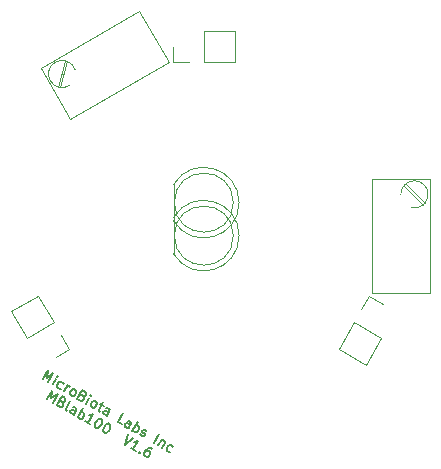
<source format=gto>
G04 #@! TF.GenerationSoftware,KiCad,Pcbnew,(5.0.0)*
G04 #@! TF.CreationDate,2019-02-18T13:23:37-08:00*
G04 #@! TF.ProjectId,mlab100_Conn_PCB_1.6,6D6C61623130305F436F6E6E5F504342,rev?*
G04 #@! TF.SameCoordinates,Original*
G04 #@! TF.FileFunction,Legend,Top*
G04 #@! TF.FilePolarity,Positive*
%FSLAX46Y46*%
G04 Gerber Fmt 4.6, Leading zero omitted, Abs format (unit mm)*
G04 Created by KiCad (PCBNEW (5.0.0)) date 02/18/19 13:23:37*
%MOMM*%
%LPD*%
G01*
G04 APERTURE LIST*
%ADD10C,0.150000*%
%ADD11C,0.120000*%
G04 APERTURE END LIST*
D10*
X6454566Y-32846578D02*
X6879566Y-32110457D01*
X6821368Y-32777925D01*
X7370314Y-32393790D01*
X6945314Y-33129912D01*
X7295848Y-33332293D02*
X7579181Y-32841545D01*
X7720848Y-32596171D02*
X7665556Y-32610986D01*
X7680372Y-32666278D01*
X7735663Y-32651463D01*
X7720848Y-32596171D01*
X7680372Y-32666278D01*
X7982101Y-33681763D02*
X7891756Y-33676340D01*
X7751542Y-33595388D01*
X7701673Y-33519858D01*
X7686858Y-33464567D01*
X7692281Y-33374222D01*
X7813709Y-33163901D01*
X7889239Y-33114033D01*
X7944531Y-33099217D01*
X8034875Y-33104640D01*
X8175089Y-33185592D01*
X8224958Y-33261122D01*
X8277343Y-33898959D02*
X8560677Y-33408212D01*
X8479724Y-33548425D02*
X8555254Y-33498556D01*
X8610545Y-33483741D01*
X8700890Y-33489164D01*
X8770997Y-33529640D01*
X8838198Y-34222769D02*
X8788329Y-34147239D01*
X8773514Y-34091948D01*
X8778937Y-34001603D01*
X8900365Y-33791282D01*
X8975895Y-33741414D01*
X9031186Y-33726598D01*
X9121531Y-33732021D01*
X9226691Y-33792735D01*
X9276560Y-33868265D01*
X9291375Y-33923556D01*
X9285953Y-34013901D01*
X9164524Y-34224222D01*
X9088994Y-34274091D01*
X9033703Y-34288906D01*
X8943358Y-34283483D01*
X8838198Y-34222769D01*
X9867045Y-34302657D02*
X9951967Y-34398425D01*
X9966783Y-34453717D01*
X9961360Y-34544062D01*
X9900646Y-34649222D01*
X9825116Y-34699091D01*
X9769825Y-34713906D01*
X9679480Y-34708483D01*
X9399052Y-34546578D01*
X9824052Y-33810457D01*
X10069426Y-33952123D01*
X10119295Y-34027653D01*
X10134110Y-34082944D01*
X10128687Y-34173289D01*
X10088211Y-34243396D01*
X10012682Y-34293265D01*
X9957390Y-34308080D01*
X9867045Y-34302657D01*
X9621671Y-34160991D01*
X10135174Y-34971578D02*
X10418507Y-34480831D01*
X10560174Y-34235457D02*
X10504882Y-34250272D01*
X10519698Y-34305564D01*
X10574989Y-34290748D01*
X10560174Y-34235457D01*
X10519698Y-34305564D01*
X10590868Y-35234674D02*
X10541000Y-35159144D01*
X10526184Y-35103852D01*
X10531607Y-35013508D01*
X10653036Y-34803187D01*
X10728565Y-34753318D01*
X10783857Y-34738503D01*
X10874202Y-34743926D01*
X10979362Y-34804640D01*
X11029231Y-34880170D01*
X11044046Y-34935461D01*
X11038623Y-35025806D01*
X10917195Y-35236127D01*
X10841665Y-35285995D01*
X10786373Y-35300811D01*
X10696029Y-35295388D01*
X10590868Y-35234674D01*
X11329896Y-35007021D02*
X11610323Y-35168926D01*
X11576723Y-34822361D02*
X11212437Y-35453323D01*
X11207014Y-35543668D01*
X11256883Y-35619197D01*
X11326990Y-35659674D01*
X11887844Y-35983483D02*
X12110463Y-35597896D01*
X12115886Y-35507551D01*
X12066018Y-35432021D01*
X11925804Y-35351069D01*
X11835459Y-35345646D01*
X11908083Y-35948430D02*
X11817738Y-35943007D01*
X11642471Y-35841816D01*
X11592602Y-35766287D01*
X11598025Y-35675942D01*
X11638501Y-35605835D01*
X11714030Y-35555966D01*
X11804375Y-35561389D01*
X11979642Y-35662580D01*
X12069987Y-35668002D01*
X13149767Y-36712055D02*
X12799233Y-36509674D01*
X13224233Y-35773552D01*
X13710622Y-37035864D02*
X13933241Y-36650277D01*
X13938664Y-36559932D01*
X13888795Y-36484402D01*
X13748581Y-36403450D01*
X13658236Y-36398027D01*
X13730860Y-37000811D02*
X13640515Y-36995388D01*
X13465248Y-36894197D01*
X13415379Y-36818668D01*
X13420802Y-36728323D01*
X13461278Y-36658216D01*
X13536808Y-36608347D01*
X13627153Y-36613770D01*
X13802420Y-36714961D01*
X13892765Y-36720383D01*
X14061156Y-37238245D02*
X14486156Y-36502123D01*
X14324251Y-36782551D02*
X14414596Y-36787973D01*
X14554810Y-36868926D01*
X14604678Y-36944455D01*
X14619494Y-36999747D01*
X14614071Y-37090092D01*
X14492642Y-37300412D01*
X14417113Y-37350281D01*
X14361821Y-37365096D01*
X14271476Y-37359674D01*
X14131263Y-37278721D01*
X14081394Y-37203192D01*
X14712355Y-37567477D02*
X14762224Y-37643007D01*
X14902438Y-37723959D01*
X14992783Y-37729382D01*
X15068312Y-37679513D01*
X15088550Y-37644460D01*
X15093973Y-37554115D01*
X15044104Y-37478585D01*
X14938944Y-37417871D01*
X14889075Y-37342342D01*
X14894498Y-37251997D01*
X14914736Y-37216943D01*
X14990266Y-37167074D01*
X15080611Y-37172497D01*
X15185771Y-37233212D01*
X15235640Y-37308741D01*
X15883933Y-38290626D02*
X16308933Y-37554504D01*
X16517800Y-38002259D02*
X16234467Y-38493007D01*
X16477324Y-38072366D02*
X16532616Y-38057551D01*
X16622961Y-38062973D01*
X16728121Y-38123688D01*
X16777990Y-38199217D01*
X16772567Y-38289562D01*
X16549948Y-38675150D01*
X17236201Y-39024620D02*
X17145856Y-39019197D01*
X17005642Y-38938245D01*
X16955773Y-38862715D01*
X16940958Y-38807424D01*
X16946381Y-38717079D01*
X17067809Y-38506759D01*
X17143339Y-38456890D01*
X17198631Y-38442074D01*
X17288975Y-38447497D01*
X17429189Y-38528450D01*
X17479058Y-38603979D01*
X6801222Y-34583959D02*
X7226222Y-33847838D01*
X7168024Y-34515305D01*
X7716969Y-34131171D01*
X7291969Y-34867293D01*
X8110496Y-34825753D02*
X8195419Y-34921520D01*
X8210234Y-34976812D01*
X8204811Y-35067157D01*
X8144097Y-35172317D01*
X8068567Y-35222186D01*
X8013276Y-35237001D01*
X7922931Y-35231578D01*
X7642503Y-35069674D01*
X8067503Y-34333552D01*
X8312877Y-34475219D01*
X8362746Y-34550748D01*
X8377561Y-34606040D01*
X8372139Y-34696385D01*
X8331662Y-34766491D01*
X8256133Y-34816360D01*
X8200841Y-34831176D01*
X8110496Y-34825753D01*
X7865123Y-34684086D01*
X8483785Y-35555388D02*
X8433917Y-35479858D01*
X8439339Y-35389513D01*
X8803625Y-34758552D01*
X9079693Y-35899435D02*
X9302312Y-35513848D01*
X9307735Y-35423503D01*
X9257866Y-35347973D01*
X9117653Y-35267021D01*
X9027308Y-35261598D01*
X9099931Y-35864382D02*
X9009586Y-35858959D01*
X8834319Y-35757769D01*
X8784451Y-35682239D01*
X8789873Y-35591894D01*
X8830350Y-35521787D01*
X8905879Y-35471919D01*
X8996224Y-35477342D01*
X9171491Y-35578532D01*
X9261836Y-35583955D01*
X9430227Y-36101816D02*
X9855227Y-35365695D01*
X9693323Y-35646122D02*
X9783668Y-35651545D01*
X9923881Y-35732497D01*
X9973750Y-35808027D01*
X9988565Y-35863318D01*
X9983142Y-35953663D01*
X9861714Y-36163984D01*
X9786184Y-36213852D01*
X9730893Y-36228668D01*
X9640548Y-36223245D01*
X9500334Y-36142293D01*
X9450465Y-36066763D01*
X10481830Y-36708959D02*
X10061189Y-36466102D01*
X10271509Y-36587531D02*
X10696509Y-35851409D01*
X10565688Y-35916093D01*
X10455105Y-35945724D01*
X10364760Y-35940301D01*
X11362524Y-36235933D02*
X11432631Y-36276409D01*
X11482500Y-36351939D01*
X11497315Y-36407230D01*
X11491892Y-36497575D01*
X11445993Y-36658027D01*
X11344803Y-36833294D01*
X11228797Y-36953269D01*
X11153267Y-37003138D01*
X11097976Y-37017953D01*
X11007631Y-37012531D01*
X10937524Y-36972055D01*
X10887655Y-36896525D01*
X10872840Y-36841233D01*
X10878263Y-36750888D01*
X10924162Y-36590437D01*
X11025352Y-36415170D01*
X11141358Y-36295194D01*
X11216888Y-36245325D01*
X11272179Y-36230510D01*
X11362524Y-36235933D01*
X12063592Y-36640695D02*
X12133699Y-36681171D01*
X12183568Y-36756701D01*
X12198383Y-36811992D01*
X12192960Y-36902337D01*
X12147061Y-37062789D01*
X12045871Y-37238056D01*
X11929865Y-37358031D01*
X11854335Y-37407900D01*
X11799044Y-37422715D01*
X11708699Y-37417293D01*
X11638592Y-37376816D01*
X11588723Y-37301287D01*
X11573908Y-37245995D01*
X11579331Y-37155650D01*
X11625230Y-36995199D01*
X11726420Y-36819932D01*
X11842426Y-36699956D01*
X11917956Y-36650087D01*
X11973247Y-36635272D01*
X12063592Y-36640695D01*
X13640996Y-37551409D02*
X13461369Y-38429197D01*
X14131743Y-37834742D01*
X14337705Y-38935150D02*
X13917064Y-38692293D01*
X14127384Y-38813721D02*
X14552384Y-38077600D01*
X14421563Y-38142284D01*
X14310980Y-38171914D01*
X14220635Y-38166491D01*
X14693662Y-39047186D02*
X14708477Y-39102477D01*
X14653185Y-39117293D01*
X14638370Y-39062001D01*
X14693662Y-39047186D01*
X14653185Y-39117293D01*
X15744200Y-38765695D02*
X15603986Y-38684742D01*
X15513642Y-38679320D01*
X15458350Y-38694135D01*
X15327529Y-38758819D01*
X15211523Y-38878795D01*
X15049618Y-39159222D01*
X15044196Y-39249567D01*
X15059011Y-39304858D01*
X15108880Y-39380388D01*
X15249093Y-39461340D01*
X15339438Y-39466763D01*
X15394730Y-39451948D01*
X15470259Y-39402079D01*
X15571450Y-39226812D01*
X15576873Y-39136467D01*
X15562057Y-39081176D01*
X15512189Y-39005646D01*
X15371975Y-38924694D01*
X15281630Y-38919271D01*
X15226338Y-38934086D01*
X15150809Y-38983955D01*
D11*
G04 #@! TO.C,RV1*
X37055000Y-16499000D02*
X38665000Y-18111000D01*
X37196000Y-16359000D02*
X38806000Y-17970000D01*
X34310000Y-15905000D02*
X39261000Y-15905000D01*
X34310000Y-25555000D02*
X39261000Y-25555000D01*
X39261000Y-25555000D02*
X39261000Y-15905000D01*
X34310000Y-25555000D02*
X34310000Y-15905000D01*
X39084052Y-17214879D02*
G75*
G02X37690000Y-18364000I-1154052J-20121D01*
G01*
X36775704Y-17275309D02*
G75*
G02X39085000Y-17235000I1154296J40309D01*
G01*
G04 #@! TO.C,RV2*
X8720004Y-8021067D02*
G75*
G02X7530445Y-6041311I-612058J979496D01*
G01*
X7513495Y-6052194D02*
G75*
G02X9205688Y-6684917I594451J-989377D01*
G01*
X17123277Y-6016583D02*
X8766132Y-10841583D01*
X14647777Y-1728891D02*
X6290632Y-6553891D01*
X17123277Y-6016583D02*
X14647777Y-1728891D01*
X8766132Y-10841583D02*
X6290632Y-6553891D01*
X7716307Y-8115234D02*
X8306475Y-5915433D01*
X7908051Y-8167343D02*
X8499084Y-5967042D01*
G04 #@! TO.C,D13*
X17540000Y-19185000D02*
X17540000Y-22275000D01*
X22600000Y-20730000D02*
G75*
G03X22600000Y-20730000I-2500000J0D01*
G01*
X23090000Y-20729538D02*
G75*
G02X17540000Y-22274830I-2990000J-462D01*
G01*
X23090000Y-20730462D02*
G75*
G03X17540000Y-19185170I-2990000J462D01*
G01*
G04 #@! TO.C,D14*
X17540000Y-16391000D02*
X17540000Y-19481000D01*
X22600000Y-17936000D02*
G75*
G03X22600000Y-17936000I-2500000J0D01*
G01*
X23090000Y-17935538D02*
G75*
G02X17540000Y-19480830I-2990000J-462D01*
G01*
X23090000Y-17936462D02*
G75*
G03X17540000Y-16391170I-2990000J462D01*
G01*
G04 #@! TO.C,J11*
X8696814Y-30316814D02*
X7545000Y-30981814D01*
X8031814Y-29165000D02*
X8696814Y-30316814D01*
X7396814Y-28065148D02*
X5093186Y-29395148D01*
X5093186Y-29395148D02*
X3793186Y-27143482D01*
X7396814Y-28065148D02*
X6096814Y-25813482D01*
X6096814Y-25813482D02*
X3793186Y-27143482D01*
G04 #@! TO.C,J12*
X34103186Y-25813186D02*
X35255000Y-26478186D01*
X33438186Y-26965000D02*
X34103186Y-25813186D01*
X32803186Y-28064852D02*
X35106814Y-29394852D01*
X35106814Y-29394852D02*
X33806814Y-31646518D01*
X32803186Y-28064852D02*
X31503186Y-30316518D01*
X31503186Y-30316518D02*
X33806814Y-31646518D01*
G04 #@! TO.C,J13*
X22700000Y-6060000D02*
X22700000Y-3400000D01*
X20100000Y-6060000D02*
X22700000Y-6060000D01*
X20100000Y-3400000D02*
X22700000Y-3400000D01*
X20100000Y-6060000D02*
X20100000Y-3400000D01*
X18830000Y-6060000D02*
X17500000Y-6060000D01*
X17500000Y-6060000D02*
X17500000Y-4730000D01*
G04 #@! TD*
M02*

</source>
